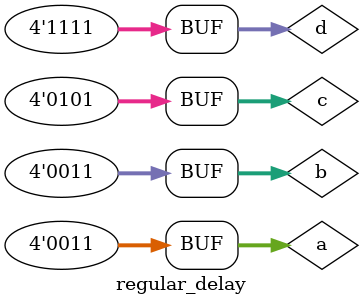
<source format=sv>
module regular_delay;
  
  reg[3:0] a,b,c,d;
  
  initial 
  
    begin 
    #10  a=4'b0011;
    #10  b=4'b0011;
    #10  c=4'b0101;
      
     #2 d=b*c;
    end 
  
  initial
    
    begin 
      $monitor ("a=%d,b=%d,c=%d,d=%d",a,b,c,d,$time);   
    end 
  
  initial 
    begin 
      
      $dumpfile("dump.vcd");
      $dumpvars();
      
    end 
  
endmodule 


</source>
